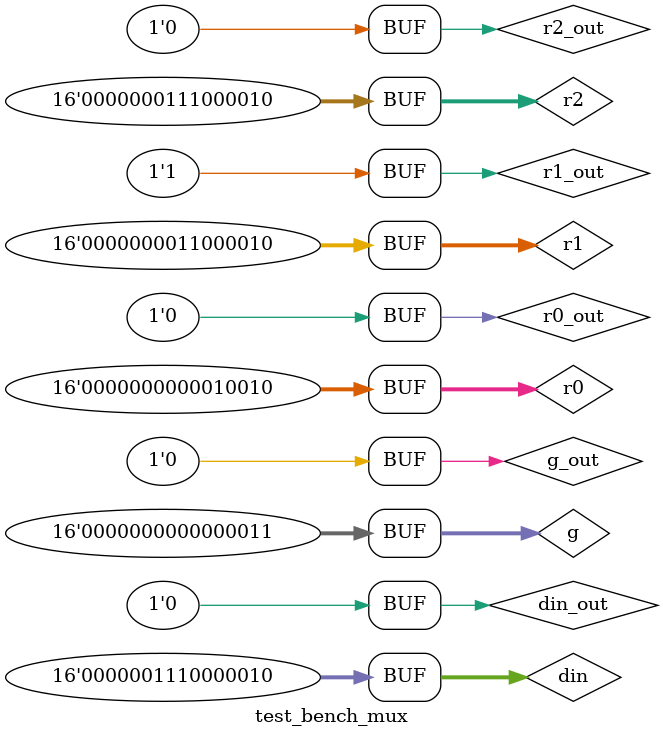
<source format=v>
module test_bench_mux;



	reg r0_out, r1_out, r2_out, r3_out, r4_out, r5_out, r6_out, r7_out, din_out, g_out; 
	reg [15:0] r0,r1,r2,r3,r4,r5,r6,r7, din, g;
	wire [15:0] buswires;
	
	initial begin
		din = 16'b0000000000000010; // 2
		r0 = 16'b0000000000010010; // 2
		g = 16'b0000000000000011; // 2
		r1 = 16'b0000000011000010; // 2
		r2 = 16'b0000000111000010; // 2
		din = 16'b0000001110000010; // 2
	end
	
	initial begin
		#25 din_out = 1'b1;
		#25 r0_out = 1'b1; din_out = 1'b0; 
		
		#25 r1_out = 1'b1; r0_out = 1'b0;
		
		#25 r2_out = 1'b1; r1_out = 1'b0;
		
		#25 g_out = 1'b1; r2_out = 1'b0;
		
		#25 r1_out = 1'b1; g_out = 1'b0;

	end
	
		mux dut(r0,r1,r2,r3,r4,r5,r6,r7, din, g, r0_out, r1_out, r2_out,
						r3_out, r4_out, r5_out, r6_out, r7_out, din_out, g_out, buswires);

endmodule

</source>
